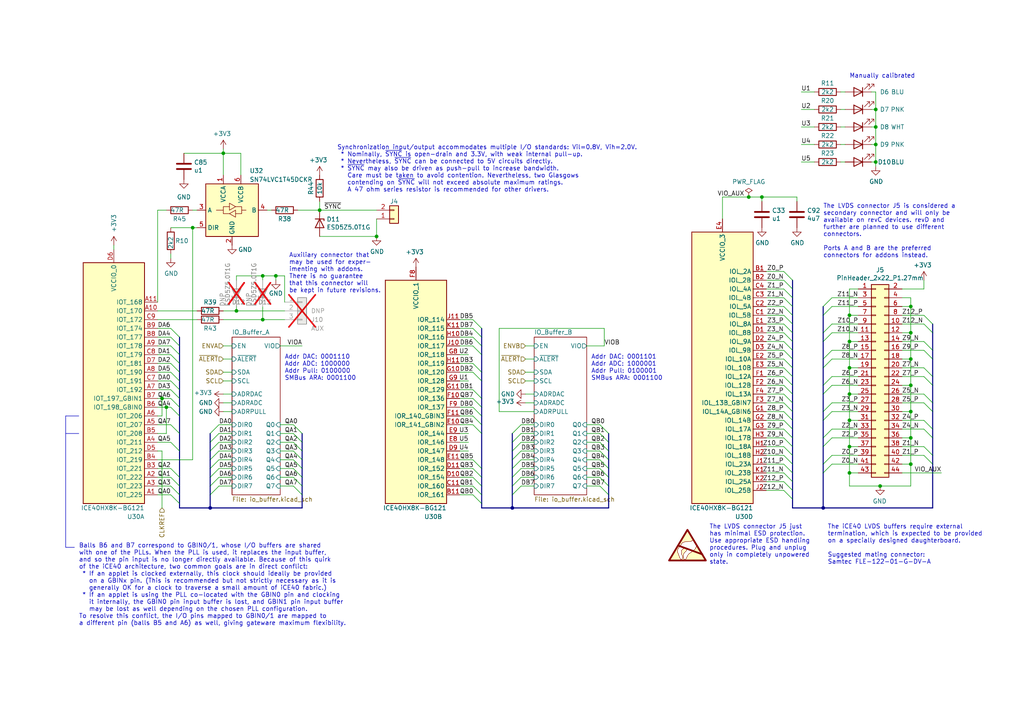
<source format=kicad_sch>
(kicad_sch (version 20231120) (generator "eeschema") (generator_version "8.0")
  (paper "A4")
  (title_block (title "I/O Banks") (rev "C2") (company "whitequark research") (comment 1 "Glasgow debug tool"))
  (junction (at 46.99 115.57))
  (junction (at 264.16 111.76))
  (junction (at 264.16 104.14))
  (junction (at 246.38 106.68))
  (junction (at 246.38 129.54))
  (junction (at 264.16 134.62))
  (junction (at 246.38 91.44))
  (junction (at 148.59 147.32))
  (junction (at 60.96 147.32))
  (junction (at 217.17 57.15))
  (junction (at 55.88 66.04))
  (junction (at 80.01 80.01))
  (junction (at 264.16 96.52))
  (junction (at 48.26 118.11))
  (junction (at 264.16 88.9))
  (junction (at 68.58 90.17))
  (junction (at 238.76 147.32))
  (junction (at 254 31.75))
  (junction (at 254 46.99))
  (junction (at 64.77 44.45))
  (junction (at 255.27 140.97))
  (junction (at 246.38 114.3))
  (junction (at 264.16 127))
  (junction (at 109.22 68.58))
  (junction (at 246.38 121.92))
  (junction (at 254 41.91))
  (junction (at 264.16 119.38))
  (junction (at 76.2 80.01))
  (junction (at 254 36.83))
  (junction (at 246.38 99.06))
  (junction (at 76.2 92.71))
  (junction (at 220.98 57.15))
  (junction (at 246.38 137.16))
  (junction (at 92.71 60.96))
  (bus_entry (at 63.5 128.27) (size -2.54 2.54))
  (bus_entry (at 227.33 96.52) (size 2.54 2.54))
  (bus_entry (at 227.33 106.68) (size 2.54 2.54))
  (bus_entry (at 85.09 128.27) (size 2.54 2.54))
  (bus_entry (at 49.53 105.41) (size 2.54 2.54))
  (bus_entry (at 85.09 133.35) (size 2.54 2.54))
  (bus_entry (at 227.33 142.24) (size 2.54 2.54))
  (bus_entry (at 227.33 134.62) (size 2.54 2.54))
  (bus_entry (at 267.97 129.54) (size 2.54 2.54))
  (bus_entry (at 267.97 106.68) (size 2.54 2.54))
  (bus_entry (at 49.53 143.51) (size 2.54 2.54))
  (bus_entry (at 63.5 123.19) (size -2.54 2.54))
  (bus_entry (at 227.33 137.16) (size 2.54 2.54))
  (bus_entry (at 137.16 120.65) (size 2.54 2.54))
  (bus_entry (at 137.16 107.95) (size 2.54 2.54))
  (bus_entry (at 227.33 116.84) (size 2.54 2.54))
  (bus_entry (at 137.16 97.79) (size 2.54 2.54))
  (bus_entry (at 173.99 140.97) (size 2.54 2.54))
  (bus_entry (at 49.53 123.19) (size 2.54 2.54))
  (bus_entry (at 85.09 123.19) (size 2.54 2.54))
  (bus_entry (at 151.13 130.81) (size -2.54 2.54))
  (bus_entry (at 137.16 95.25) (size 2.54 2.54))
  (bus_entry (at 241.3 86.36) (size -2.54 2.54))
  (bus_entry (at 63.5 135.89) (size -2.54 2.54))
  (bus_entry (at 227.33 88.9) (size 2.54 2.54))
  (bus_entry (at 227.33 124.46) (size 2.54 2.54))
  (bus_entry (at 49.53 140.97) (size 2.54 2.54))
  (bus_entry (at 241.3 124.46) (size -2.54 2.54))
  (bus_entry (at 227.33 91.44) (size 2.54 2.54))
  (bus_entry (at 227.33 114.3) (size 2.54 2.54))
  (bus_entry (at 227.33 111.76) (size 2.54 2.54))
  (bus_entry (at 85.09 125.73) (size 2.54 2.54))
  (bus_entry (at 227.33 109.22) (size 2.54 2.54))
  (bus_entry (at 227.33 101.6) (size 2.54 2.54))
  (bus_entry (at 49.53 113.03) (size 2.54 2.54))
  (bus_entry (at 49.53 95.25) (size 2.54 2.54))
  (bus_entry (at 227.33 83.82) (size 2.54 2.54))
  (bus_entry (at 49.53 100.33) (size 2.54 2.54))
  (bus_entry (at 85.09 135.89) (size 2.54 2.54))
  (bus_entry (at 137.16 118.11) (size 2.54 2.54))
  (bus_entry (at 241.3 104.14) (size -2.54 2.54))
  (bus_entry (at 227.33 121.92) (size 2.54 2.54))
  (bus_entry (at 173.99 130.81) (size 2.54 2.54))
  (bus_entry (at 151.13 135.89) (size -2.54 2.54))
  (bus_entry (at 63.5 125.73) (size -2.54 2.54))
  (bus_entry (at 63.5 140.97) (size -2.54 2.54))
  (bus_entry (at 267.97 132.08) (size 2.54 2.54))
  (bus_entry (at 49.53 135.89) (size 2.54 2.54))
  (bus_entry (at 63.5 133.35) (size -2.54 2.54))
  (bus_entry (at 267.97 121.92) (size 2.54 2.54))
  (bus_entry (at 241.3 111.76) (size -2.54 2.54))
  (bus_entry (at 85.09 138.43) (size 2.54 2.54))
  (bus_entry (at 137.16 115.57) (size 2.54 2.54))
  (bus_entry (at 267.97 91.44) (size 2.54 2.54))
  (bus_entry (at 49.53 128.27) (size 2.54 2.54))
  (bus_entry (at 173.99 128.27) (size 2.54 2.54))
  (bus_entry (at 49.53 110.49) (size 2.54 2.54))
  (bus_entry (at 227.33 104.14) (size 2.54 2.54))
  (bus_entry (at 137.16 135.89) (size 2.54 2.54))
  (bus_entry (at 137.16 123.19) (size 2.54 2.54))
  (bus_entry (at 267.97 109.22) (size 2.54 2.54))
  (bus_entry (at 267.97 101.6) (size 2.54 2.54))
  (bus_entry (at 173.99 135.89) (size 2.54 2.54))
  (bus_entry (at 49.53 118.11) (size 2.54 2.54))
  (bus_entry (at 173.99 125.73) (size 2.54 2.54))
  (bus_entry (at 267.97 116.84) (size 2.54 2.54))
  (bus_entry (at 151.13 123.19) (size -2.54 2.54))
  (bus_entry (at 173.99 123.19) (size 2.54 2.54))
  (bus_entry (at 267.97 124.46) (size 2.54 2.54))
  (bus_entry (at 63.5 130.81) (size -2.54 2.54))
  (bus_entry (at 241.3 93.98) (size -2.54 2.54))
  (bus_entry (at 137.16 140.97) (size 2.54 2.54))
  (bus_entry (at 49.53 115.57) (size 2.54 2.54))
  (bus_entry (at 151.13 133.35) (size -2.54 2.54))
  (bus_entry (at 227.33 78.74) (size 2.54 2.54))
  (bus_entry (at 241.3 109.22) (size -2.54 2.54))
  (bus_entry (at 85.09 130.81) (size 2.54 2.54))
  (bus_entry (at 241.3 101.6) (size -2.54 2.54))
  (bus_entry (at 267.97 114.3) (size 2.54 2.54))
  (bus_entry (at 227.33 139.7) (size 2.54 2.54))
  (bus_entry (at 241.3 88.9) (size -2.54 2.54))
  (bus_entry (at 173.99 133.35) (size 2.54 2.54))
  (bus_entry (at 137.16 92.71) (size 2.54 2.54))
  (bus_entry (at 241.3 127) (size -2.54 2.54))
  (bus_entry (at 227.33 119.38) (size 2.54 2.54))
  (bus_entry (at 267.97 93.98) (size 2.54 2.54))
  (bus_entry (at 137.16 113.03) (size 2.54 2.54))
  (bus_entry (at 227.33 93.98) (size 2.54 2.54))
  (bus_entry (at 227.33 99.06) (size 2.54 2.54))
  (bus_entry (at 137.16 143.51) (size 2.54 2.54))
  (bus_entry (at 137.16 133.35) (size 2.54 2.54))
  (bus_entry (at 241.3 96.52) (size -2.54 2.54))
  (bus_entry (at 151.13 125.73) (size -2.54 2.54))
  (bus_entry (at 241.3 116.84) (size -2.54 2.54))
  (bus_entry (at 227.33 132.08) (size 2.54 2.54))
  (bus_entry (at 49.53 102.87) (size 2.54 2.54))
  (bus_entry (at 151.13 140.97) (size -2.54 2.54))
  (bus_entry (at 49.53 97.79) (size 2.54 2.54))
  (bus_entry (at 85.09 140.97) (size 2.54 2.54))
  (bus_entry (at 241.3 134.62) (size -2.54 2.54))
  (bus_entry (at 227.33 81.28) (size 2.54 2.54))
  (bus_entry (at 137.16 105.41) (size 2.54 2.54))
  (bus_entry (at 151.13 138.43) (size -2.54 2.54))
  (bus_entry (at 241.3 132.08) (size -2.54 2.54))
  (bus_entry (at 241.3 119.38) (size -2.54 2.54))
  (bus_entry (at 49.53 138.43) (size 2.54 2.54))
  (bus_entry (at 227.33 127) (size 2.54 2.54))
  (bus_entry (at 63.5 138.43) (size -2.54 2.54))
  (bus_entry (at 227.33 86.36) (size 2.54 2.54))
  (bus_entry (at 137.16 138.43) (size 2.54 2.54))
  (bus_entry (at 49.53 107.95) (size 2.54 2.54))
  (bus_entry (at 151.13 128.27) (size -2.54 2.54))
  (bus_entry (at 173.99 138.43) (size 2.54 2.54))
  (bus_entry (at 137.16 100.33) (size 2.54 2.54))
  (bus_entry (at 227.33 129.54) (size 2.54 2.54))
  (bus_entry (at 267.97 99.06) (size 2.54 2.54))
  (bus (pts (xy 52.07 147.32) (xy 60.96 147.32)))
  (wire (pts (xy 245.11 46.99) (xy 243.84 46.99)))
  (bus (pts (xy 229.87 127) (xy 229.87 129.54)))
  (wire (pts (xy 133.35 110.49) (xy 135.89 110.49)))
  (bus (pts (xy 60.96 133.35) (xy 60.96 135.89)))
  (wire (pts (xy 33.02 72.39) (xy 33.02 71.12)))
  (bus (pts (xy 238.76 127) (xy 238.76 129.54)))
  (bus (pts (xy 229.87 86.36) (xy 229.87 88.9)))
  (bus (pts (xy 139.7 135.89) (xy 139.7 138.43)))
  (wire (pts (xy 252.73 46.99) (xy 254 46.99)))
  (bus (pts (xy 60.96 143.51) (xy 60.96 147.32)))
  (wire (pts (xy 261.62 121.92) (xy 267.97 121.92)))
  (wire (pts (xy 76.2 88.9) (xy 76.2 92.71)))
  (wire (pts (xy 144.78 119.38) (xy 154.94 119.38)))
  (bus (pts (xy 87.63 128.27) (xy 87.63 130.81)))
  (wire (pts (xy 133.35 125.73) (xy 135.89 125.73)))
  (bus (pts (xy 176.53 140.97) (xy 176.53 143.51)))
  (wire (pts (xy 64.77 92.71) (xy 76.2 92.71)))
  (wire (pts (xy 55.88 60.96) (xy 57.15 60.96)))
  (wire (pts (xy 109.22 63.5) (xy 109.22 68.58)))
  (wire (pts (xy 248.92 121.92) (xy 246.38 121.92)))
  (bus (pts (xy 270.51 124.46) (xy 270.51 127)))
  (wire (pts (xy 137.16 115.57) (xy 133.35 115.57)))
  (wire (pts (xy 49.53 105.41) (xy 45.72 105.41)))
  (wire (pts (xy 49.53 73.66) (xy 49.53 74.93)))
  (bus (pts (xy 238.76 88.9) (xy 238.76 91.44)))
  (bus (pts (xy 139.7 123.19) (xy 139.7 125.73)))
  (wire (pts (xy 67.31 125.73) (xy 63.5 125.73)))
  (bus (pts (xy 229.87 101.6) (xy 229.87 104.14)))
  (bus (pts (xy 238.76 119.38) (xy 238.76 121.92)))
  (wire (pts (xy 45.72 60.96) (xy 48.26 60.96)))
  (bus (pts (xy 52.07 140.97) (xy 52.07 143.51)))
  (bus (pts (xy 60.96 138.43) (xy 60.96 140.97)))
  (bus (pts (xy 238.76 114.3) (xy 238.76 119.38)))
  (bus (pts (xy 139.7 110.49) (xy 139.7 115.57)))
  (bus (pts (xy 52.07 146.05) (xy 52.07 147.32)))
  (wire (pts (xy 45.72 90.17) (xy 57.15 90.17)))
  (wire (pts (xy 45.72 128.27) (xy 49.53 128.27)))
  (wire (pts (xy 68.58 90.17) (xy 82.55 90.17)))
  (wire (pts (xy 63.5 123.19) (xy 67.31 123.19)))
  (bus (pts (xy 238.76 104.14) (xy 238.76 106.68)))
  (wire (pts (xy 45.72 125.73) (xy 48.26 125.73)))
  (bus (pts (xy 52.07 113.03) (xy 52.07 115.57)))
  (wire (pts (xy 245.11 31.75) (xy 243.84 31.75)))
  (wire (pts (xy 264.16 119.38) (xy 261.62 119.38)))
  (wire (pts (xy 137.16 95.25) (xy 133.35 95.25)))
  (wire (pts (xy 222.25 134.62) (xy 227.33 134.62)))
  (bus (pts (xy 52.07 102.87) (xy 52.07 105.41)))
  (wire (pts (xy 133.35 113.03) (xy 137.16 113.03)))
  (wire (pts (xy 92.71 58.42) (xy 92.71 60.96)))
  (bus (pts (xy 229.87 132.08) (xy 229.87 134.62)))
  (wire (pts (xy 261.62 88.9) (xy 264.16 88.9)))
  (wire (pts (xy 69.85 44.45) (xy 69.85 50.8)))
  (wire (pts (xy 67.31 107.95) (xy 64.77 107.95)))
  (wire (pts (xy 45.72 92.71) (xy 57.15 92.71)))
  (wire (pts (xy 261.62 127) (xy 264.16 127)))
  (wire (pts (xy 222.25 101.6) (xy 227.33 101.6)))
  (bus (pts (xy 229.87 106.68) (xy 229.87 109.22)))
  (bus (pts (xy 176.53 135.89) (xy 176.53 138.43)))
  (bus (pts (xy 229.87 144.78) (xy 229.87 147.32)))
  (bus (pts (xy 270.51 116.84) (xy 270.51 119.38)))
  (wire (pts (xy 64.77 110.49) (xy 67.31 110.49)))
  (wire (pts (xy 137.16 133.35) (xy 133.35 133.35)))
  (wire (pts (xy 246.38 106.68) (xy 246.38 114.3)))
  (bus (pts (xy 229.87 99.06) (xy 229.87 101.6)))
  (bus (pts (xy 176.53 125.73) (xy 176.53 128.27)))
  (wire (pts (xy 64.77 90.17) (xy 68.58 90.17)))
  (wire (pts (xy 77.47 60.96) (xy 78.74 60.96)))
  (bus (pts (xy 148.59 128.27) (xy 148.59 130.81)))
  (bus (pts (xy 270.51 96.52) (xy 270.51 101.6)))
  (wire (pts (xy 222.25 124.46) (xy 227.33 124.46)))
  (wire (pts (xy 67.31 116.84) (xy 64.77 116.84)))
  (wire (pts (xy 133.35 123.19) (xy 137.16 123.19)))
  (wire (pts (xy 261.62 86.36) (xy 264.16 86.36)))
  (bus (pts (xy 87.63 130.81) (xy 87.63 133.35)))
  (wire (pts (xy 246.38 99.06) (xy 246.38 106.68)))
  (wire (pts (xy 173.99 135.89) (xy 170.18 135.89)))
  (wire (pts (xy 246.38 137.16) (xy 246.38 140.97)))
  (wire (pts (xy 264.16 134.62) (xy 261.62 134.62)))
  (wire (pts (xy 137.16 100.33) (xy 133.35 100.33)))
  (wire (pts (xy 67.31 135.89) (xy 63.5 135.89)))
  (wire (pts (xy 45.72 60.96) (xy 45.72 87.63)))
  (bus (pts (xy 60.96 135.89) (xy 60.96 138.43)))
  (bus (pts (xy 148.59 125.73) (xy 148.59 128.27)))
  (bus (pts (xy 229.87 83.82) (xy 229.87 86.36)))
  (wire (pts (xy 261.62 114.3) (xy 267.97 114.3)))
  (wire (pts (xy 81.28 123.19) (xy 85.09 123.19)))
  (bus (pts (xy 229.87 93.98) (xy 229.87 96.52)))
  (bus (pts (xy 176.53 143.51) (xy 176.53 147.32)))
  (bus (pts (xy 60.96 140.97) (xy 60.96 143.51)))
  (bus (pts (xy 229.87 142.24) (xy 229.87 144.78)))
  (wire (pts (xy 232.41 46.99) (xy 236.22 46.99)))
  (bus (pts (xy 229.87 119.38) (xy 229.87 121.92)))
  (bus (pts (xy 52.07 125.73) (xy 52.07 130.81)))
  (wire (pts (xy 222.25 106.68) (xy 227.33 106.68)))
  (wire (pts (xy 152.4 116.84) (xy 154.94 116.84)))
  (bus (pts (xy 139.7 146.05) (xy 139.7 147.32)))
  (wire (pts (xy 154.94 135.89) (xy 151.13 135.89)))
  (wire (pts (xy 264.16 127) (xy 264.16 134.62)))
  (bus (pts (xy 60.96 128.27) (xy 60.96 130.81)))
  (bus (pts (xy 52.07 115.57) (xy 52.07 118.11)))
  (bus (pts (xy 238.76 129.54) (xy 238.76 134.62)))
  (wire (pts (xy 133.35 118.11) (xy 137.16 118.11)))
  (wire (pts (xy 81.28 138.43) (xy 85.09 138.43)))
  (wire (pts (xy 170.18 128.27) (xy 173.99 128.27)))
  (wire (pts (xy 261.62 99.06) (xy 267.97 99.06)))
  (bus (pts (xy 148.59 135.89) (xy 148.59 138.43)))
  (wire (pts (xy 133.35 128.27) (xy 135.89 128.27)))
  (bus (pts (xy 139.7 97.79) (xy 139.7 100.33)))
  (wire (pts (xy 67.31 130.81) (xy 63.5 130.81)))
  (wire (pts (xy 137.16 138.43) (xy 133.35 138.43)))
  (wire (pts (xy 217.17 57.15) (xy 220.98 57.15)))
  (wire (pts (xy 46.99 120.65) (xy 46.99 115.57)))
  (wire (pts (xy 49.53 110.49) (xy 45.72 110.49)))
  (wire (pts (xy 209.55 57.15) (xy 217.17 57.15)))
  (wire (pts (xy 264.16 104.14) (xy 264.16 111.76)))
  (wire (pts (xy 45.72 107.95) (xy 49.53 107.95)))
  (wire (pts (xy 261.62 111.76) (xy 264.16 111.76)))
  (wire (pts (xy 133.35 102.87) (xy 135.89 102.87)))
  (wire (pts (xy 254 26.67) (xy 252.73 26.67)))
  (wire (pts (xy 264.16 140.97) (xy 255.27 140.97)))
  (wire (pts (xy 264.16 111.76) (xy 264.16 119.38)))
  (bus (pts (xy 148.59 140.97) (xy 148.59 143.51)))
  (wire (pts (xy 241.3 101.6) (xy 248.92 101.6)))
  (wire (pts (xy 152.4 100.33) (xy 154.94 100.33)))
  (wire (pts (xy 154.94 130.81) (xy 151.13 130.81)))
  (wire (pts (xy 264.16 96.52) (xy 264.16 104.14)))
  (wire (pts (xy 248.92 134.62) (xy 241.3 134.62)))
  (wire (pts (xy 241.3 109.22) (xy 248.92 109.22)))
  (bus (pts (xy 87.63 135.89) (xy 87.63 138.43)))
  (wire (pts (xy 254 46.99) (xy 254 48.26)))
  (wire (pts (xy 248.92 106.68) (xy 246.38 106.68)))
  (wire (pts (xy 45.72 120.65) (xy 46.99 120.65)))
  (wire (pts (xy 264.16 104.14) (xy 261.62 104.14)))
  (bus (pts (xy 229.87 134.62) (xy 229.87 137.16)))
  (wire (pts (xy 81.28 140.97) (xy 85.09 140.97)))
  (wire (pts (xy 175.26 95.25) (xy 144.78 95.25)))
  (wire (pts (xy 49.53 95.25) (xy 45.72 95.25)))
  (wire (pts (xy 53.34 44.45) (xy 64.77 44.45)))
  (bus (pts (xy 60.96 125.73) (xy 60.96 128.27)))
  (wire (pts (xy 154.94 125.73) (xy 151.13 125.73)))
  (wire (pts (xy 248.92 114.3) (xy 246.38 114.3)))
  (wire (pts (xy 264.16 134.62) (xy 264.16 140.97)))
  (bus (pts (xy 229.87 88.9) (xy 229.87 91.44)))
  (bus (pts (xy 270.51 104.14) (xy 270.51 109.22)))
  (bus (pts (xy 229.87 121.92) (xy 229.87 124.46)))
  (wire (pts (xy 45.72 133.35) (xy 55.88 133.35)))
  (wire (pts (xy 133.35 105.41) (xy 137.16 105.41)))
  (bus (pts (xy 229.87 109.22) (xy 229.87 111.76)))
  (bus (pts (xy 229.87 139.7) (xy 229.87 142.24)))
  (wire (pts (xy 261.62 91.44) (xy 267.97 91.44)))
  (wire (pts (xy 232.41 26.67) (xy 236.22 26.67)))
  (wire (pts (xy 68.58 88.9) (xy 68.58 90.17)))
  (wire (pts (xy 264.16 119.38) (xy 264.16 127)))
  (wire (pts (xy 133.35 97.79) (xy 137.16 97.79)))
  (bus (pts (xy 52.07 130.81) (xy 52.07 138.43)))
  (bus (pts (xy 229.87 137.16) (xy 229.87 139.7)))
  (wire (pts (xy 151.13 128.27) (xy 154.94 128.27)))
  (bus (pts (xy 60.96 147.32) (xy 87.63 147.32)))
  (wire (pts (xy 241.3 132.08) (xy 248.92 132.08)))
  (bus (pts (xy 52.07 105.41) (xy 52.07 107.95)))
  (wire (pts (xy 152.4 107.95) (xy 154.94 107.95)))
  (bus (pts (xy 87.63 133.35) (xy 87.63 135.89)))
  (wire (pts (xy 232.41 31.75) (xy 236.22 31.75)))
  (bus (pts (xy 229.87 124.46) (xy 229.87 127)))
  (wire (pts (xy 49.53 115.57) (xy 46.99 115.57)))
  (wire (pts (xy 248.92 111.76) (xy 241.3 111.76)))
  (wire (pts (xy 243.84 26.67) (xy 245.11 26.67)))
  (wire (pts (xy 222.25 127) (xy 227.33 127)))
  (bus (pts (xy 270.51 147.32) (xy 238.76 147.32)))
  (bus (pts (xy 270.51 111.76) (xy 270.51 116.84)))
  (wire (pts (xy 46.99 130.81) (xy 46.99 147.32)))
  (wire (pts (xy 81.28 135.89) (xy 85.09 135.89)))
  (wire (pts (xy 222.25 86.36) (xy 227.33 86.36)))
  (wire (pts (xy 57.15 66.04) (xy 55.88 66.04)))
  (bus (pts (xy 52.07 100.33) (xy 52.07 102.87)))
  (bus (pts (xy 148.59 147.32) (xy 176.53 147.32)))
  (wire (pts (xy 222.25 99.06) (xy 227.33 99.06)))
  (wire (pts (xy 248.92 104.14) (xy 241.3 104.14)))
  (polyline (pts (xy 19.05 158.75) (xy 21.59 158.75)))
  (bus (pts (xy 52.07 110.49) (xy 52.07 113.03)))
  (wire (pts (xy 137.16 120.65) (xy 133.35 120.65)))
  (wire (pts (xy 64.77 44.45) (xy 69.85 44.45)))
  (wire (pts (xy 245.11 36.83) (xy 243.84 36.83)))
  (bus (pts (xy 87.63 140.97) (xy 87.63 143.51)))
  (wire (pts (xy 55.88 66.04) (xy 55.88 133.35)))
  (wire (pts (xy 151.13 123.19) (xy 154.94 123.19)))
  (bus (pts (xy 139.7 100.33) (xy 139.7 102.87)))
  (bus (pts (xy 139.7 143.51) (xy 139.7 146.05)))
  (wire (pts (xy 248.92 119.38) (xy 241.3 119.38)))
  (wire (pts (xy 267.97 101.6) (xy 261.62 101.6)))
  (wire (pts (xy 133.35 140.97) (xy 137.16 140.97)))
  (bus (pts (xy 148.59 143.51) (xy 148.59 147.32)))
  (wire (pts (xy 137.16 143.51) (xy 133.35 143.51)))
  (wire (pts (xy 48.26 118.11) (xy 49.53 118.11)))
  (bus (pts (xy 238.76 111.76) (xy 238.76 114.3)))
  (wire (pts (xy 222.25 88.9) (xy 227.33 88.9)))
  (wire (pts (xy 267.97 83.82) (xy 261.62 83.82)))
  (wire (pts (xy 222.25 93.98) (xy 227.33 93.98)))
  (bus (pts (xy 229.87 104.14) (xy 229.87 106.68)))
  (wire (pts (xy 222.25 121.92) (xy 227.33 121.92)))
  (wire (pts (xy 144.78 95.25) (xy 144.78 119.38)))
  (wire (pts (xy 222.25 114.3) (xy 227.33 114.3)))
  (bus (pts (xy 176.53 130.81) (xy 176.53 133.35)))
  (wire (pts (xy 175.26 100.33) (xy 175.26 95.25)))
  (wire (pts (xy 64.77 44.45) (xy 64.77 50.8)))
  (wire (pts (xy 48.26 125.73) (xy 48.26 118.11)))
  (wire (pts (xy 222.25 109.22) (xy 227.33 109.22)))
  (wire (pts (xy 64.77 100.33) (xy 67.31 100.33)))
  (wire (pts (xy 76.2 80.01) (xy 76.2 81.28)))
  (wire (pts (xy 133.35 135.89) (xy 137.16 135.89)))
  (wire (pts (xy 246.38 114.3) (xy 246.38 121.92)))
  (bus (pts (xy 238.76 137.16) (xy 238.76 147.32)))
  (wire (pts (xy 241.3 116.84) (xy 248.92 116.84)))
  (wire (pts (xy 154.94 140.97) (xy 151.13 140.97)))
  (bus (pts (xy 270.51 119.38) (xy 270.51 124.46)))
  (wire (pts (xy 49.53 138.43) (xy 45.72 138.43)))
  (wire (pts (xy 46.99 115.57) (xy 45.72 115.57)))
  (bus (pts (xy 139.7 95.25) (xy 139.7 97.79)))
  (wire (pts (xy 267.97 116.84) (xy 261.62 116.84)))
  (bus (pts (xy 270.51 101.6) (xy 270.51 104.14)))
  (wire (pts (xy 45.72 123.19) (xy 49.53 123.19)))
  (wire (pts (xy 64.77 104.14) (xy 67.31 104.14)))
  (bus (pts (xy 139.7 107.95) (xy 139.7 110.49)))
  (wire (pts (xy 264.16 88.9) (xy 264.16 96.52)))
  (wire (pts (xy 220.98 57.15) (xy 231.14 57.15)))
  (wire (pts (xy 45.72 140.97) (xy 49.53 140.97)))
  (wire (pts (xy 246.38 129.54) (xy 246.38 137.16)))
  (wire (pts (xy 170.18 123.19) (xy 173.99 123.19)))
  (wire (pts (xy 220.98 58.42) (xy 220.98 57.15)))
  (wire (pts (xy 222.25 132.08) (xy 227.33 132.08)))
  (wire (pts (xy 45.72 97.79) (xy 49.53 97.79)))
  (wire (pts (xy 254 41.91) (xy 254 46.99)))
  (bus (pts (xy 238.76 106.68) (xy 238.76 111.76)))
  (bus (pts (xy 176.53 138.43) (xy 176.53 140.97)))
  (wire (pts (xy 222.25 83.82) (xy 227.33 83.82)))
  (wire (pts (xy 222.25 96.52) (xy 227.33 96.52)))
  (bus (pts (xy 229.87 91.44) (xy 229.87 93.98)))
  (wire (pts (xy 241.3 124.46) (xy 248.92 124.46)))
  (polyline (pts (xy 22.86 120.65) (xy 19.05 120.65)))
  (wire (pts (xy 248.92 129.54) (xy 246.38 129.54)))
  (wire (pts (xy 170.18 100.33) (xy 175.26 100.33)))
  (wire (pts (xy 82.55 80.01) (xy 82.55 87.63)))
  (wire (pts (xy 92.71 68.58) (xy 109.22 68.58)))
  (wire (pts (xy 232.41 36.83) (xy 236.22 36.83)))
  (bus (pts (xy 229.87 114.3) (xy 229.87 116.84)))
  (bus (pts (xy 148.59 133.35) (xy 148.59 135.89)))
  (wire (pts (xy 222.25 119.38) (xy 227.33 119.38)))
  (wire (pts (xy 248.92 137.16) (xy 246.38 137.16)))
  (bus (pts (xy 176.53 128.27) (xy 176.53 130.81)))
  (wire (pts (xy 173.99 125.73) (xy 170.18 125.73)))
  (bus (pts (xy 52.07 138.43) (xy 52.07 140.97)))
  (bus (pts (xy 139.7 147.32) (xy 148.59 147.32)))
  (wire (pts (xy 80.01 80.01) (xy 76.2 80.01)))
  (wire (pts (xy 246.38 121.92) (xy 246.38 129.54)))
  (bus (pts (xy 229.87 81.28) (xy 229.87 83.82)))
  (bus (pts (xy 229.87 111.76) (xy 229.87 114.3)))
  (wire (pts (xy 267.97 81.28) (xy 267.97 83.82)))
  (wire (pts (xy 222.25 104.14) (xy 227.33 104.14)))
  (wire (pts (xy 222.25 139.7) (xy 227.33 139.7)))
  (bus (pts (xy 238.76 91.44) (xy 238.76 96.52)))
  (polyline (pts (xy 19.05 125.73) (xy 22.86 125.73)))
  (wire (pts (xy 49.53 66.04) (xy 55.88 66.04)))
  (wire (pts (xy 241.3 93.98) (xy 248.92 93.98)))
  (wire (pts (xy 248.92 88.9) (xy 241.3 88.9)))
  (bus (pts (xy 52.07 120.65) (xy 52.07 125.73)))
  (wire (pts (xy 45.72 118.11) (xy 48.26 118.11)))
  (wire (pts (xy 81.28 133.35) (xy 85.09 133.35)))
  (bus (pts (xy 229.87 116.84) (xy 229.87 119.38)))
  (bus (pts (xy 270.51 127) (xy 270.51 132.08)))
  (bus (pts (xy 139.7 102.87) (xy 139.7 107.95)))
  (bus (pts (xy 229.87 96.52) (xy 229.87 99.06)))
  (wire (pts (xy 248.92 127) (xy 241.3 127)))
  (wire (pts (xy 67.31 140.97) (xy 63.5 140.97)))
  (bus (pts (xy 238.76 99.06) (xy 238.76 104.14)))
  (wire (pts (xy 45.72 102.87) (xy 49.53 102.87)))
  (bus (pts (xy 52.07 143.51) (xy 52.07 146.05)))
  (bus (pts (xy 148.59 138.43) (xy 148.59 140.97)))
  (bus (pts (xy 238.76 96.52) (xy 238.76 99.06)))
  (wire (pts (xy 49.53 135.89) (xy 45.72 135.89)))
  (wire (pts (xy 170.18 133.35) (xy 173.99 133.35)))
  (wire (pts (xy 248.92 99.06) (xy 246.38 99.06)))
  (wire (pts (xy 49.53 143.51) (xy 45.72 143.51)))
  (wire (pts (xy 45.72 113.03) (xy 49.53 113.03)))
  (bus (pts (xy 139.7 138.43) (xy 139.7 140.97)))
  (wire (pts (xy 245.11 41.91) (xy 243.84 41.91)))
  (wire (pts (xy 81.28 128.27) (xy 85.09 128.27)))
  (wire (pts (xy 261.62 129.54) (xy 267.97 129.54)))
  (bus (pts (xy 139.7 115.57) (xy 139.7 118.11)))
  (wire (pts (xy 246.38 83.82) (xy 246.38 91.44)))
  (wire (pts (xy 254 36.83) (xy 254 41.91)))
  (wire (pts (xy 64.77 119.38) (xy 67.31 119.38)))
  (bus (pts (xy 176.53 133.35) (xy 176.53 135.89)))
  (wire (pts (xy 222.25 91.44) (xy 227.33 91.44)))
  (wire (pts (xy 68.58 80.01) (xy 68.58 81.28)))
  (wire (pts (xy 261.62 137.16) (xy 273.05 137.16)))
  (wire (pts (xy 45.72 130.81) (xy 46.99 130.81)))
  (wire (pts (xy 81.28 130.81) (xy 85.09 130.81)))
  (bus (pts (xy 238.76 121.92) (xy 238.76 127)))
  (bus (pts (xy 52.07 118.11) (xy 52.07 120.65)))
  (wire (pts (xy 49.53 100.33) (xy 45.72 100.33)))
  (bus (pts (xy 139.7 125.73) (xy 139.7 135.89)))
  (bus (pts (xy 87.63 143.51) (xy 87.63 147.32)))
  (wire (pts (xy 80.01 80.01) (xy 80.01 81.28)))
  (bus (pts (xy 238.76 147.32) (xy 229.87 147.32)))
  (wire (pts (xy 248.92 96.52) (xy 241.3 96.52)))
  (wire (pts (xy 222.25 142.24) (xy 227.33 142.24)))
  (wire (pts (xy 255.27 140.97) (xy 246.38 140.97)))
  (wire (pts (xy 76.2 80.01) (xy 68.58 80.01)))
  (wire (pts (xy 63.5 133.35) (xy 67.31 133.35)))
  (bus (pts (xy 87.63 138.43) (xy 87.63 140.97)))
  (bus (pts (xy 87.63 125.73) (xy 87.63 128.27)))
  (wire (pts (xy 154.94 110.49) (xy 152.4 110.49)))
  (wire (pts (xy 222.25 129.54) (xy 227.33 129.54)))
  (wire (pts (xy 252.73 31.75) (xy 254 31.75)))
  (wire (pts (xy 261.62 96.52) (xy 264.16 96.52)))
  (bus (pts (xy 270.51 132.08) (xy 270.51 134.62)))
  (wire (pts (xy 261.62 106.68) (xy 267.97 106.68)))
  (wire (pts (xy 209.55 57.15) (xy 209.55 63.5)))
  (wire (pts (xy 151.13 138.43) (xy 154.94 138.43)))
  (wire (pts (xy 222.25 137.16) (xy 227.33 137.16)))
  (wire (pts (xy 254 41.91) (xy 252.73 41.91)))
  (wire (pts (xy 267.97 124.46) (xy 261.62 124.46)))
  (bus (pts (xy 139.7 120.65) (xy 139.7 123.19)))
  (wire (pts (xy 231.14 57.15) (xy 231.14 58.42)))
  (wire (pts (xy 173.99 140.97) (xy 170.18 140.97)))
  (wire (pts (xy 86.36 60.96) (xy 92.71 60.96)))
  (wire (pts (xy 222.25 78.74) (xy 227.33 78.74)))
  (polyline (pts (xy 19.05 120.65) (xy 19.05 158.75)))
  (wire (pts (xy 152.4 104.14) (xy 154.94 104.14)))
  (wire (pts (xy 152.4 114.3) (xy 154.94 114.3)))
  (wire (pts (xy 64.77 44.45) (xy 64.77 43.18)))
  (wire (pts (xy 133.35 130.81) (xy 135.89 130.81)))
  (wire (pts (xy 81.28 125.73) (xy 85.09 125.73)))
  (wire (pts (xy 264.16 86.36) (xy 264.16 88.9)))
  (wire (pts (xy 222.25 116.84) (xy 227.33 116.84)))
  (bus (pts (xy 148.59 130.81) (xy 148.59 133.35)))
  (wire (pts (xy 222.25 81.28) (xy 227.33 81.28)))
  (wire (pts (xy 267.97 93.98) (xy 261.62 93.98)))
  (bus (pts (xy 139.7 118.11) (xy 139.7 120.65)))
  (wire (pts (xy 248.92 91.44) (xy 246.38 91.44)))
  (wire (pts (xy 232.41 41.91) (xy 236.22 41.91)))
  (bus (pts (xy 270.51 93.98) (xy 270.51 96.52)))
  (wire (pts (xy 76.2 92.71) (xy 82.55 92.71)))
  (bus (pts (xy 229.87 129.54) (xy 229.87 132.08)))
  (wire (pts (xy 92.71 60.96) (xy 109.22 60.96)))
  (wire (pts (xy 248.92 83.82) (xy 246.38 83.82)))
  (bus (pts (xy 60.96 130.81) (xy 60.96 133.35)))
  (bus (pts (xy 52.07 107.95) (xy 52.07 110.49)))
  (wire (pts (xy 137.16 107.95) (xy 133.35 107.95)))
  (wire (pts (xy 63.5 138.43) (xy 67.31 138.43)))
  (wire (pts (xy 267.97 132.08) (xy 261.62 132.08)))
  (wire (pts (xy 64.77 114.3) (xy 67.31 114.3)))
  (wire (pts (xy 170.18 138.43) (xy 173.99 138.43)))
  (wire (pts (xy 267.97 109.22) (xy 261.62 109.22)))
  (wire (pts (xy 246.38 91.44) (xy 246.38 99.06)))
  (wire (pts (xy 63.5 128.27) (xy 67.31 128.27)))
  (wire (pts (xy 133.35 92.71) (xy 137.16 92.71)))
  (bus (pts (xy 52.07 97.79) (xy 52.07 100.33)))
  (wire (pts (xy 254 26.67) (xy 254 31.75)))
  (bus (pts (xy 238.76 134.62) (xy 238.76 137.16)))
  (bus (pts (xy 139.7 140.97) (xy 139.7 143.51)))
  (wire (pts (xy 81.28 100.33) (xy 87.63 100.33)))
  (wire (pts (xy 241.3 86.36) (xy 248.92 86.36)))
  (wire (pts (xy 173.99 130.81) (xy 170.18 130.81)))
  (wire (pts (xy 252.73 36.83) (xy 254 36.83)))
  (bus (pts (xy 270.51 109.22) (xy 270.51 111.76)))
  (bus (pts (xy 270.51 134.62) (xy 270.51 147.32)))
  (wire (pts (xy 151.13 133.35) (xy 154.94 133.35)))
  (wire (pts (xy 82.55 80.01) (xy 80.01 80.01)))
  (wire (pts (xy 222.25 111.76) (xy 227.33 111.76)))
  (wire (pts (xy 254 31.75) (xy 254 36.83)))
  (text "The LVDS connector J5 is considered a \nsecondary connector and will only be \navailable on revC devices. revD and \nfurther are planned to use different \nconnectors.\n\nPorts A and B are the preferred \nconnectors for addons instead.\n" (at 238.76 74.93 0) (effects (font (size 1.27 1.27)) (justify left bottom)))
  (text "Addr DAC: 0001101\nAddr ADC: 1000001\nAddr Pull: 0100001\nSMBus ARA: 0001100" (at 171.45 110.49 0) (effects (font (size 1.27 1.27)) (justify left bottom)))
  (text "The iCE40 LVDS buffers require external\ntermination, which is expected to be provided\non a specially designed daughterboard.\n\nSuggested mating connector:\nSamtec FLE-122-01-G-DV-A" (at 240.03 163.83 0) (effects (font (size 1.27 1.27)) (justify left bottom)))
  (text "Auxiliary connector that \nmay be used for exper-\nimenting with addons. \nThere is no guarantee \nthat this connector will\nbe kept in future revisions." (at 83.82 85.09 0) (effects (font (size 1.27 1.27)) (justify left bottom)))
  (text "Manually calibrated" (at 246.38 22.86 0) (effects (font (size 1.27 1.27)) (justify left bottom)))
  (text "Addr DAC: 0001110\nAddr ADC: 1000000\nAddr Pull: 0100000\nSMBus ARA: 0001100\n" (at 82.55 110.49 0) (effects (font (size 1.27 1.27)) (justify left bottom)))
  (text "Balls B6 and B7 correspond to GBIN0/1, whose I/O buffers are shared\nwith one of the PLLs. When the PLL is used, it replaces the input buffer,\nand so the pin input is no longer directly available. Because of this quirk\nof the iCE40 architecture, two common goals are in direct conflict:\n * If an applet is clocked externally, this clock should ideally be provided\n   on a GBINx pin. (This is recommended but not strictly necessary as it is\n   generally OK for a clock to traverse a small amount of iCE40 fabric.)\n * If an applet is using the PLL co-located with the GBIN0 pin and clocking\n   it internally, the GBIN0 pin input buffer is lost, and GBIN1 pin input buffer\n   may be lost as well depending on the chosen PLL configuration.\nTo resolve this conflict, the I/O pins mapped to GBIN0/1 are mapped to\na different pin (balls B5 and A6) as well, giving gateware maximum flexibility." (at 22.86 181.61 0) (effects (font (size 1.27 1.27)) (justify left bottom)))
  (text "Synchronization input/output accommodates multiple I/O standards: Vil=0.8V, Vih=2.0V.\n * Nominally, ~{SYNC} is open-drain and 3.3V, with weak internal pull-up.\n * Nevertheless, ~{SYNC} can be connected to 5V circuits directly.\n * ~{SYNC} may also be driven as push-pull to increase bandwidth.\n   Care must be taken to avoid contention. Nevertheless, two Glasgows \n   contending on ~{SYNC} will not exceed absolute maximum ratings.\n   A 47 ohm series resistor is recommended for other drivers." (at 97.79 55.88 0) (effects (font (size 1.27 1.27)) (justify left bottom)))
  (text "The LVDS connector J5 just \nhas minimal ESD protection.\nUse appropriate ESD handling\nprocedures. Plug and unplug \nonly in completely unpowered \nstate.\n" (at 205.74 163.83 0) (effects (font (size 1.27 1.27)) (justify left bottom)))
  (label "DB3" (at 133.35 105.41 0))
  (label "Z10_N" (at 227.33 132.08 180))
  (label "QA5" (at 45.72 128.27 0))
  (label "QB5" (at 133.35 133.35 0))
  (label "DA0" (at 45.72 110.49 0))
  (label "QA1" (at 82.55 125.73 0))
  (label "Z7_N" (at 261.62 106.68 0))
  (label "DB1" (at 133.35 113.03 0))
  (label "Z4_P" (at 261.62 121.92 0))
  (label "QA7" (at 45.72 123.19 0))
  (label "VIO_AUX" (at 215.9 57.15 180))
  (label "Z0_P" (at 248.92 132.08 180))
  (label "U1" (at 232.41 26.67 0))
  (label "DB7" (at 133.35 95.25 0))
  (label "Z8_N" (at 248.92 104.14 180))
  (label "Z2_N" (at 227.33 91.44 180))
  (label "Z1_P" (at 227.33 83.82 180))
  (label "Z5_N" (at 261.62 114.3 0))
  (label "Z1_N" (at 261.62 129.54 0))
  (label "Z0_P" (at 227.33 78.74 180))
  (label "QA1" (at 45.72 138.43 0))
  (label "Z3_P" (at 248.92 116.84 180))
  (label "DB5" (at 133.35 92.71 0))
  (label "VIOB" (at 175.26 100.33 0))
  (label "Z7_P" (at 227.33 114.3 180))
  (label "Z5_P" (at 227.33 104.14 180))
  (label "QA6" (at 45.72 115.57 0))
  (label "DB0" (at 151.13 123.19 0))
  (label "DB2" (at 133.35 107.95 0))
  (label "Z7_N" (at 227.33 116.84 180))
  (label "Z4_N" (at 261.62 124.46 0))
  (label "DA6" (at 63.5 138.43 0))
  (label "Z2_P" (at 227.33 88.9 180))
  (label "QB7" (at 133.35 115.57 0))
  (label "DA5" (at 45.72 107.95 0))
  (label "Z5_N" (at 227.33 106.68 180))
  (label "Z2_N" (at 248.92 124.46 180))
  (label "QB0" (at 133.35 143.51 0))
  (label "DA3" (at 63.5 130.81 0))
  (label "DA2" (at 63.5 128.27 0))
  (label "QB2" (at 133.35 138.43 0))
  (label "Z12_P" (at 261.62 91.44 0))
  (label "QA3" (at 82.55 130.81 0))
  (label "Z6_N" (at 227.33 111.76 180))
  (label "DB4" (at 151.13 133.35 0))
  (label "QB6" (at 171.45 138.43 0))
  (label "U2" (at 232.41 31.75 0))
  (label "DB5" (at 151.13 135.89 0))
  (label "DA6" (at 45.72 95.25 0))
  (label "Z12_N" (at 261.62 93.98 0))
  (label "Z0_N" (at 227.33 81.28 180))
  (label "QB1" (at 133.35 140.97 0))
  (label "DA3" (at 45.72 113.03 0))
  (label "Z11_N" (at 227.33 137.16 180))
  (label "QA3" (at 45.72 140.97 0))
  (label "U1" (at 135.89 110.49 180))
  (label "Z10_P" (at 248.92 93.98 180))
  (label "DB6" (at 133.35 100.33 0))
  (label "Z9_P" (at 261.62 101.6 0))
  (label "DA2" (at 45.72 105.41 0))
  (label "U4" (at 135.89 130.81 180))
  (label "VIO_AUX" (at 273.05 137.16 180))
  (label "QA2" (at 82.55 128.27 0))
  (label "QB4" (at 133.35 123.19 0))
  (label "Z9_P" (at 227.33 124.46 180))
  (label "QA4" (at 45.72 118.11 0))
  (label "DB3" (at 151.13 130.81 0))
  (label "QA6" (at 82.55 138.43 0))
  (label "DA1" (at 63.5 125.73 0))
  (label "DA7" (at 63.5 140.97 0))
  (label "U5" (at 135.89 128.27 180))
  (label "U3" (at 135.89 125.73 180))
  (label "DA4" (at 63.5 133.35 0))
  (label "Z10_N" (at 248.92 96.52 180))
  (label "Z8_P" (at 248.92 101.6 180))
  (label "U2" (at 135.89 102.87 180))
  (label "DA5" (at 63.5 135.89 0))
  (label "Z9_N" (at 227.33 127 180))
  (label "Z6_N" (at 248.92 111.76 180))
  (label "QB5" (at 171.45 135.89 0))
  (label "Z3_P" (at 227.33 93.98 180))
  (label "Z3_N" (at 248.92 119.38 180))
  (label "Z4_N" (at 227.33 101.6 180))
  (label "Z9_N" (at 261.62 99.06 0))
  (label "Z0_N" (at 248.92 134.62 180))
  (label "QA0" (at 45.72 143.51 0))
  (label "DA7" (at 45.72 100.33 0))
  (label "Z2_P" (at 248.92 127 180))
  (label "Z1_N" (at 227.33 86.36 180))
  (label "Z11_N" (at 248.92 86.36 180))
  (label "Z6_P" (at 248.92 109.22 180))
  (label "Z5_P" (at 261.62 116.84 0))
  (label "QA0" (at 82.55 123.19 0))
  (label "~{SYNC}" (at 93.98 60.96 0))
  (label "Z12_N" (at 227.33 142.24 180))
  (label "Z10_P" (at 227.33 129.54 180))
  (label "Z6_P" (at 227.33 109.22 180))
  (label "Z12_P" (at 227.33 139.7 180))
  (label "Z4_P" (at 227.33 99.06 180))
  (label "QB3" (at 171.45 130.81 0))
  (label "Z11_P" (at 248.92 88.9 180))
  (label "DB6" (at 151.13 138.43 0))
  (label "DB7" (at 151.13 140.97 0))
  (label "DB1" (at 151.13 125.73 0))
  (label "QA2" (at 45.72 135.89 0))
  (label "QA5" (at 82.55 135.89 0))
  (label "Z8_N" (at 227.33 121.92 180))
  (label "Z3_N" (at 227.33 96.52 180))
  (label "QA4" (at 82.55 133.35 0))
  (label "QB2" (at 171.45 128.27 0))
  (label "Z7_P" (at 261.62 109.22 0))
  (label "QB6" (at 133.35 120.65 0))
  (label "DA1" (at 45.72 102.87 0))
  (label "QB1" (at 171.45 125.73 0))
  (label "DB2" (at 151.13 128.27 0))
  (label "DA4" (at 45.72 97.79 0))
  (label "DB4" (at 133.35 97.79 0))
  (label "QA7" (at 82.55 140.97 0))
  (label "Z1_P" (at 261.62 132.08 0))
  (label "U4" (at 232.41 41.91 0))
  (label "QB0" (at 171.45 123.19 0))
  (label "Z8_P" (at 227.33 119.38 180))
  (label "DA0" (at 63.5 123.19 0))
  (label "U5" (at 232.41 46.99 0))
  (label "QB7" (at 171.45 140.97 0))
  (label "Z11_P" (at 227.33 134.62 180))
  (label "VIOA" (at 87.63 100.33 180))
  (label "QB3" (at 133.35 135.89 0))
  (label "DB0" (at 133.35 118.11 0))
  (label "QB4" (at 171.45 133.35 0))
  (label "U3" (at 232.41 36.83 0))
  (hierarchical_label "~{ALERT}" (shape input) (at 64.77 104.14 180))
  (hierarchical_label "CLKREF" (shape input) (at 46.99 147.32 270))
  (hierarchical_label "SDA" (shape input) (at 64.77 107.95 180))
  (hierarchical_label "~{ALERT}" (shape input) (at 152.4 104.14 180))
  (hierarchical_label "ENVB" (shape input) (at 152.4 100.33 180))
  (hierarchical_label "ENVA" (shape input) (at 64.77 100.33 180))
  (hierarchical_label "SCL" (shape input) (at 152.4 110.49 180))
  (hierarchical_label "SCL" (shape input) (at 64.77 110.49 180))
  (hierarchical_label "SDA" (shape input) (at 152.4 107.95 180))
  (symbol (lib_id "Connector_Generic:Conn_01x03") (at 87.63 90.17 0) (unit 1) (in_bom no) (dnp yes)
    (property "Reference" "J10" (at 90.17 92.71 0) (effects (justify left)))
    (property "Value" "AUX" (at 90.17 95.25 0) (effects (justify left)))
    (property "Footprint" "Connector_PinHeader_2.54mm:PinHeader_1x03_P2.54mm_Vertical" (effects (hide yes)))
    (property "1b2-bom-key" "conn-th-01in-3-1-hdr" (effects (hide yes)))
    (property "DNP" "DNP" (at 90.17 90.17 0) (effects (justify left)))
  )
  (symbol (lib_name "GND_10") (lib_id "power:GND") (at 80.01 81.28 0) (unit 1)
    (property "Reference" "#PWR0117" (effects (hide yes)))
    (property "Value" "GND" (at 80.01 85.09 0))
  )
  (symbol (lib_id "Connector_Generic:Conn_01x02") (at 114.3 63.5 0) (mirror x) (unit 1)
    (property "Reference" "J4" (at 114.3 58.42 0))
    (property "Value" "Conn_01x02" (effects (hide yes)))
    (property "Footprint" "Glasgow:Molex_KK-254_1x02_P2.54mm_Horizontal" (effects (hide yes)))
    (property "Datasheet" "https://www.mouser.hk/datasheet/2/418/NG_CD_640455_Y3-1255934.pdf" (effects (hide yes)))
    (property "Mfg" "Molex" (effects (hide yes)))
    (property "MPN" "22-05-3021" (effects (hide yes)))
    (property "1b2-bom-key" "conn-th-01in-2-1-hdr-ra" (effects (hide yes)))
  )
  (symbol (lib_name "GND_11") (lib_id "power:GND") (at 109.22 68.58 0) (unit 1)
    (property "Reference" "#PWR042" (effects (hide yes)))
    (property "Value" "GND" (at 109.347 72.9742 0))
  )
  (symbol (lib_id "Device:R") (at 49.53 69.85 0) (mirror y) (unit 1)
    (property "Reference" "R10" (at 50.8 69.85 0) (effects (justify right)))
    (property "Value" "2k2" (at 49.53 68.58 90) (effects (justify right)))
    (property "Footprint" "Resistor_SMD:R_0402_1005Metric" (effects (hide yes)))
    (property "Datasheet" "https://www.mouser.com/datasheet/2/447/PYu-RC_Group_51_RoHS_L_10-1527934.pdf" (effects (hide yes)))
    (property "Mfg" "Yageo" (effects (hide yes)))
    (property "MPN" "RC0402FR-132K2L" (effects (hide yes)))
    (property "1b2-bom-key" "res-0402-2k2" (effects (hide yes)))
  )
  (symbol (lib_name "+3.3V_6") (lib_id "power:+3.3V") (at 33.02 71.12 0) (unit 1)
    (property "Reference" "#PWR0102" (effects (hide yes)))
    (property "Value" "+3V3" (at 33.02 64.77 90))
  )
  (symbol (lib_id "power:GND") (at 152.4 114.3 270) (unit 1)
    (property "Reference" "#PWR0103" (effects (hide yes)))
    (property "Value" "GND" (at 147.32 114.3 90))
  )
  (symbol (lib_id "FPGA_Lattice:ICE40HX8K-BG121") (at 33.02 107.95 0) (mirror y) (unit 1)
    (property "Reference" "U30" (at 41.91 149.86 0) (effects (justify left)))
    (property "Value" "ICE40HX8K-BG121" (at 41.91 147.32 0) (effects (justify left)))
    (property "Footprint" "Package_BGA:BGA-121_9.0x9.0mm_Layout11x11_P0.8mm_Ball0.4mm_Pad0.35mm_NSMD" (effects (hide yes)))
    (property "Datasheet" "http://www.latticesemi.com/Products/FPGAandCPLD/iCE40" (effects (hide yes)))
    (property "1b2-bom-key" "ic-ice40hx8k-bg121" (effects (hide yes)))
    (property "MPN" "ICE40HX8K-BG121" (effects (hide yes)))
    (property "Mfg" "Lattice Semiconductor Corporation" (effects (hide yes)))
  )
  (symbol (lib_id "FPGA_Lattice:ICE40HX8K-BG121") (at 120.65 113.03 0) (mirror y) (unit 2)
    (property "Reference" "U30" (at 128.27 149.86 0) (effects (justify left)))
    (property "Value" "ICE40HX8K-BG121" (at 129.54 147.32 0) (effects (justify left)))
    (property "Footprint" "Package_BGA:BGA-121_9.0x9.0mm_Layout11x11_P0.8mm_Ball0.4mm_Pad0.35mm_NSMD" (effects (hide yes)))
    (property "Datasheet" "http://www.latticesemi.com/Products/FPGAandCPLD/iCE40" (effects (hide yes)))
    (property "1b2-bom-key" "ic-ice40hx8k-bg121" (effects (hide yes)))
    (property "MPN" "ICE40HX8K-BG121" (effects (hide yes)))
    (property "Mfg" "Lattice Semiconductor Corporation" (effects (hide yes)))
  )
  (symbol (lib_id "FPGA_Lattice:ICE40HX8K-BG121") (at 209.55 106.68 0) (mirror y) (unit 4)
    (property "Reference" "U30" (at 218.44 149.86 0) (effects (justify left)))
    (property "Value" "ICE40HX8K-BG121" (at 218.44 147.32 0) (effects (justify left)))
    (property "Footprint" "Package_BGA:BGA-121_9.0x9.0mm_Layout11x11_P0.8mm_Ball0.4mm_Pad0.35mm_NSMD" (effects (hide yes)))
    (property "Datasheet" "http://www.latticesemi.com/Products/FPGAandCPLD/iCE40" (effects (hide yes)))
    (property "1b2-bom-key" "ic-ice40hx8k-bg121" (effects (hide yes)))
    (property "MPN" "ICE40HX8K-BG121" (effects (hide yes)))
    (property "Mfg" "Lattice Semiconductor Corporation" (effects (hide yes)))
  )
  (symbol (lib_id "power:+3.3V") (at 120.65 77.47 0) (mirror y) (unit 1)
    (property "Reference" "#PWR0107" (effects (hide yes)))
    (property "Value" "+3V3" (at 120.269 73.0758 0))
  )
  (symbol (lib_id "Connector_Generic:Conn_02x22_Odd_Even") (at 254 109.22 0) (unit 1)
    (property "Reference" "J5" (at 255.27 78.3082 0))
    (property "Value" "PinHeader_2x22_P1.27mm" (at 255.27 80.6196 0))
    (property "Footprint" "Glasgow:PinHeader_2x22_P1.27mm_Vertical__SMD" (effects (hide yes)))
    (property "1b2-bom-key" "conn-smd-005in-22-2-hdr" (effects (hide yes)))
    (property "MPN" "FTS-122-01-L-DV" (effects (hide yes)))
    (property "Mfg" "Samtec Inc." (effects (hide yes)))
  )
  (symbol (lib_name "+3.3V_1") (lib_id "power:+3.3V") (at 267.97 81.28 0) (mirror y) (unit 1)
    (property "Reference" "#PWR0110" (effects (hide yes)))
    (property "Value" "+3V3" (at 267.589 76.8858 0))
  )
  (symbol (lib_name "GND_1") (lib_id "power:GND") (at 255.27 140.97 0) (mirror y) (unit 1)
    (property "Reference" "#PWR0114" (effects (hide yes)))
    (property "Value" "GND" (at 255.143 145.3642 0))
  )
  (symbol (lib_id "Device:LED") (at 248.92 26.67 180) (unit 1)
    (property "Reference" "D6" (at 256.54 26.67 0))
    (property "Value" "BLU" (at 260.35 26.67 0))
    (property "Footprint" "LED_SMD:LED_0603_1608Metric" (effects (hide yes)))
    (property "Datasheet" "https://datasheet.lcsc.com/szlcsc/1811100911_Orient-ORH-B36G_C193191.pdf" (effects (hide yes)))
    (property "Mfg" "Orient" (effects (hide yes)))
    (property "MPN" "ORH-B36G" (effects (hide yes)))
    (property "1b2-bom-key" "led-0603-blu" (effects (hide yes)))
  )
  (symbol (lib_id "Device:LED") (at 248.92 31.75 180) (unit 1)
    (property "Reference" "D7" (at 256.54 31.75 0))
    (property "Value" "PNK" (at 260.35 31.75 0))
    (property "Footprint" "LED_SMD:LED_0603_1608Metric" (effects (hide yes)))
    (property "Datasheet" "https://lcsc.com/product-detail/Light-Emitting-Diodes-LED_OptoSupply-OSK40603C1E_C268294.html" (effects (hide yes)))
    (property "Mfg" "Optosupply" (effects (hide yes)))
    (property "MPN" "OSK40603C1E" (effects (hide yes)))
    (property "1b2-bom-key" "led-0603-pnk" (effects (hide yes)))
  )
  (symbol (lib_id "Device:LED") (at 248.92 36.83 180) (unit 1)
    (property "Reference" "D8" (at 256.54 36.83 0))
    (property "Value" "WHT" (at 260.35 36.83 0))
    (property "Footprint" "LED_SMD:LED_0603_1608Metric" (effects (hide yes)))
    (property "Datasheet" "https://datasheet.lcsc.com/szlcsc/2008201032_Foshan-NationStar-Optoelectronics-NCD0603W1_C84265.pdf" (effects (hide yes)))
    (property "Mfg" "Foshan NationStar Optoelectronics" (effects (hide yes)))
    (property "MPN" "NCD0603W1" (effects (hide yes)))
    (property "1b2-bom-key" "led-0603-wht" (effects (hide yes)))
  )
  (symbol (lib_id "Device:LED") (at 248.92 41.91 180) (unit 1)
    (property "Reference" "D9" (at 256.54 41.91 0))
    (property "Value" "PNK" (at 260.35 41.91 0))
    (property "Footprint" "LED_SMD:LED_0603_1608Metric" (effects (hide yes)))
    (property "Datasheet" "https://lcsc.com/product-detail/Light-Emitting-Diodes-LED_OptoSupply-OSK40603C1E_C268294.html" (effects (hide yes)))
    (property "Mfg" "Optosupply" (effects (hide yes)))
    (property "MPN" "OSK40603C1E" (effects (hide yes)))
    (property "1b2-bom-key" "led-0603-pnk" (effects (hide yes)))
  )
  (symbol (lib_id "Device:LED") (at 248.92 46.99 180) (unit 1)
    (property "Reference" "D10" (at 256.54 46.99 0))
    (property "Value" "BLU" (at 260.35 46.99 0))
    (property "Footprint" "LED_SMD:LED_0603_1608Metric" (effects (hide yes)))
    (property "Datasheet" "https://datasheet.lcsc.com/szlcsc/1811100911_Orient-ORH-B36G_C193191.pdf" (effects (hide yes)))
    (property "Mfg" "Orient" (effects (hide yes)))
    (property "MPN" "ORH-B36G" (effects (hide yes)))
    (property "1b2-bom-key" "led-0603-blu" (effects (hide yes)))
  )
  (symbol (lib_name "GND_2") (lib_id "power:GND") (at 254 48.26 0) (unit 1)
    (property "Reference" "#PWR0115" (effects (hide yes)))
    (property "Value" "GND" (at 254.127 52.6542 0))
  )
  (symbol (lib_id "Device:R") (at 240.03 26.67 90) (mirror x) (unit 1)
    (property "Reference" "R11" (at 240.03 24.13 90))
    (property "Value" "2k2" (at 240.03 26.67 90))
    (property "Footprint" "Resistor_SMD:R_0402_1005Metric" (effects (hide yes)))
    (property "Datasheet" "https://www.mouser.com/datasheet/2/447/PYu-RC_Group_51_RoHS_L_10-1527934.pdf" (effects (hide yes)))
    (property "Mfg" "Yageo" (effects (hide yes)))
    (property "MPN" "RC0402FR-132K2L" (effects (hide yes)))
    (property "1b2-bom-key" "res-0402-2k2" (effects (hide yes)))
  )
  (symbol (lib_id "Device:R") (at 240.03 41.91 90) (mirror x) (unit 1)
    (property "Reference" "R22" (at 240.03 39.37 90))
    (property "Value" "2k2" (at 240.03 41.91 90))
    (property "Footprint" "Resistor_SMD:R_0402_1005Metric" (effects (hide yes)))
    (property "Datasheet" "https://www.mouser.com/datasheet/2/447/PYu-RC_Group_51_RoHS_L_10-1527934.pdf" (effects (hide yes)))
    (property "Mfg" "Yageo" (effects (hide yes)))
    (property "MPN" "RC0402FR-132K2L" (effects (hide yes)))
    (property "1b2-bom-key" "res-0402-2k2" (effects (hide yes)))
  )
  (symbol (lib_id "Device:R") (at 240.03 46.99 90) (mirror x) (unit 1)
    (property "Reference" "R23" (at 240.03 44.45 90))
    (property "Value" "2k2" (at 240.03 46.99 90))
    (property "Footprint" "Resistor_SMD:R_0402_1005Metric" (effects (hide yes)))
    (property "Datasheet" "https://www.mouser.com/datasheet/2/447/PYu-RC_Group_51_RoHS_L_10-1527934.pdf" (effects (hide yes)))
    (property "Mfg" "Yageo" (effects (hide yes)))
    (property "MPN" "RC0402FR-132K2L" (effects (hide yes)))
    (property "1b2-bom-key" "res-0402-2k2" (effects (hide yes)))
  )
  (symbol (lib_id "Device:R") (at 240.03 31.75 90) (mirror x) (unit 1)
    (property "Reference" "R20" (at 240.03 29.21 90))
    (property "Value" "2k2" (at 240.03 31.75 90))
    (property "Footprint" "Resistor_SMD:R_0402_1005Metric" (effects (hide yes)))
    (property "Datasheet" "https://www.mouser.com/datasheet/2/447/PYu-RC_Group_51_RoHS_L_10-1527934.pdf" (effects (hide yes)))
    (property "Mfg" "Yageo" (effects (hide yes)))
    (property "MPN" "RC0402FR-132K2L" (effects (hide yes)))
    (property "1b2-bom-key" "res-0402-2k2" (effects (hide yes)))
  )
  (symbol (lib_id "Device:R") (at 240.03 36.83 90) (mirror x) (unit 1)
    (property "Reference" "R21" (at 240.03 34.29 90))
    (property "Value" "2k2" (at 240.03 36.83 90))
    (property "Footprint" "Resistor_SMD:R_0402_1005Metric" (effects (hide yes)))
    (property "Datasheet" "https://www.mouser.com/datasheet/2/447/PYu-RC_Group_51_RoHS_L_10-1527934.pdf" (effects (hide yes)))
    (property "Mfg" "Yageo" (effects (hide yes)))
    (property "MPN" "RC0402FR-132K2L" (effects (hide yes)))
    (property "1b2-bom-key" "res-0402-2k2" (effects (hide yes)))
  )
  (symbol (lib_id "Logic_LevelTranslator:SN74LVC1T45DCK") (at 67.31 60.96 0) (unit 1)
    (property "Reference" "U32" (at 72.39 49.53 0) (effects (justify left)))
    (property "Value" "SN74LVC1T45DCKR" (at 72.39 52.07 0) (effects (justify left)))
    (property "Footprint" "Glasgow:SOT-363_SC-70-6" (effects (hide yes)))
    (property "Datasheet" "http://www.ti.com/lit/ds/symlink/sn74lvc1t45.pdf" (effects (hide yes)))
    (property "Mfg" "Texas Instruments" (effects (hide yes)))
    (property "MPN" "SN74LVC1T45DCKR" (effects (hide yes)))
    (property "1b2-bom-key" "ic-sot563-sn4lvc1t45dckr" (effects (hide yes)))
  )
  (symbol (lib_id "Device:R") (at 92.71 54.61 0) (mirror x) (unit 1)
    (property "Reference" "R44" (at 90.17 54.61 90))
    (property "Value" "10k" (at 92.71 54.61 90))
    (property "Footprint" "Resistor_SMD:R_0402_1005Metric" (effects (hide yes)))
    (property "Datasheet" "https://www.mouser.com/datasheet/2/447/PYu-RC_Group_51_RoHS_L_10-1527934.pdf" (effects (hide yes)))
    (property "Mfg" "Yageo" (effects (hide yes)))
    (property "MPN" "RC0402FR-1310KL" (effects (hide yes)))
    (property "1b2-bom-key" "res-0402-10k" (effects (hide yes)))
  )
  (symbol (lib_name "+3.3V_3") (lib_id "power:+3.3V") (at 92.71 50.8 0) (mirror y) (unit 1)
    (property "Reference" "#PWR010" (effects (hide yes)))
    (property "Value" "+3V3" (at 92.329 46.4058 0))
  )
  (symbol (lib_id "Device:R") (at 52.07 60.96 270) (mirror x) (unit 1)
    (property "Reference" "R45" (at 52.07 63.5 90))
    (property "Value" "47R" (at 53.34 60.96 90) (effects (justify right)))
    (property "Footprint" "Resistor_SMD:R_0402_1005Metric" (effects (hide yes)))
    (property "Datasheet" "https://www.mouser.com/datasheet/2/447/PYu-RC_Group_51_RoHS_L_10-1527934.pdf" (effects (hide yes)))
    (property "Mfg" "Yageo" (effects (hide yes)))
    (property "MPN" "RC0402FR-1347RL" (effects (hide yes)))
    (property "1b2-bom-key" "res-0402-47r" (effects (hide yes)))
  )
  (symbol (lib_id "Device:D_Zener") (at 68.58 85.09 90) (unit 1) (dnp yes)
    (property "Reference" "D12" (at 71.12 87.63 90) (effects (justify left)))
    (property "Value" "ESD5Z5.0T1G" (at 66.04 88.9 0) (effects (justify left)))
    (property "Footprint" "Glasgow:D_SOD-523" (effects (hide yes)))
    (property "Datasheet" "https://www.onsemi.com/pub/Collateral/ESD5Z2.5T1-D.PDF" (effects (hide yes)))
    (property "Mfg" "ON Semiconductor" (effects (hide yes)))
    (property "MPN" "ESD5Z5.0T1G" (effects (hide yes)))
    (property "1b2-bom-key" "esd-diode-sod523-esd5z5_0t1g" (effects (hide yes)))
    (property "DNP" "DNP" (at 64.516 86.868 0))
  )
  (symbol (lib_id "Device:D_Zener") (at 76.2 85.09 90) (unit 1) (dnp yes)
    (property "Reference" "D13" (at 78.74 87.63 90) (effects (justify left)))
    (property "Value" "ESD5Z5.0T1G" (at 73.66 88.9 0) (effects (justify left)))
    (property "Footprint" "Glasgow:D_SOD-523" (effects (hide yes)))
    (property "Datasheet" "https://www.onsemi.com/pub/Collateral/ESD5Z2.5T1-D.PDF" (effects (hide yes)))
    (property "Mfg" "ON Semiconductor" (effects (hide yes)))
    (property "MPN" "ESD5Z5.0T1G" (effects (hide yes)))
    (property "1b2-bom-key" "esd-diode-sod523-esd5z5_0t1g" (effects (hide yes)))
    (property "DNP" "DNP" (at 72.136 88.9 0) (effects (justify left)))
  )
  (symbol (lib_name "GND_3") (lib_id "power:GND") (at 67.31 71.12 0) (unit 1)
    (property "Reference" "#PWR0130" (effects (hide yes)))
    (property "Value" "GND" (at 71.12 72.39 0))
  )
  (symbol (lib_name "+3.3V_2") (lib_id "power:+3.3V") (at 64.77 43.18 0) (mirror y) (unit 1)
    (property "Reference" "#PWR0129" (effects (hide yes)))
    (property "Value" "+3V3" (at 64.389 38.7858 0))
  )
  (symbol (lib_id "Device:R") (at 82.55 60.96 270) (mirror x) (unit 1)
    (property "Reference" "R38" (at 82.55 63.5 90))
    (property "Value" "47R" (at 83.82 60.96 90) (effects (justify right)))
    (property "Footprint" "Resistor_SMD:R_0402_1005Metric" (effects (hide yes)))
    (property "Datasheet" "https://www.mouser.com/datasheet/2/447/PYu-RC_Group_51_RoHS_L_10-1527934.pdf" (effects (hide yes)))
    (property "Mfg" "Yageo" (effects (hide yes)))
    (property "MPN" "RC0402FR-1347RL" (effects (hide yes)))
    (property "1b2-bom-key" "res-0402-47r" (effects (hide yes)))
  )
  (symbol (lib_id "Device:R") (at 60.96 90.17 270) (mirror x) (unit 1)
    (property "Reference" "R39" (at 60.96 87.63 90))
    (property "Value" "47R" (at 62.23 90.17 90) (effects (justify right)))
    (property "Footprint" "Resistor_SMD:R_0402_1005Metric" (effects (hide yes)))
    (property "Datasheet" "https://www.mouser.com/datasheet/2/447/PYu-RC_Group_51_RoHS_L_10-1527934.pdf" (effects (hide yes)))
    (property "Mfg" "Yageo" (effects (hide yes)))
    (property "MPN" "RC0402FR-1347RL" (effects (hide yes)))
    (property "1b2-bom-key" "res-0402-47r" (effects (hide yes)))
  )
  (symbol (lib_id "Device:R") (at 60.96 92.71 270) (mirror x) (unit 1)
    (property "Reference" "R43" (at 60.96 95.25 90))
    (property "Value" "47R" (at 62.23 92.71 90) (effects (justify right)))
    (property "Footprint" "Resistor_SMD:R_0402_1005Metric" (effects (hide yes)))
    (property "Datasheet" "https://www.mouser.com/datasheet/2/447/PYu-RC_Group_51_RoHS_L_10-1527934.pdf" (effects (hide yes)))
    (property "Mfg" "Yageo" (effects (hide yes)))
    (property "MPN" "RC0402FR-1347RL" (effects (hide yes)))
    (property "1b2-bom-key" "res-0402-47r" (effects (hide yes)))
  )
  (symbol (lib_name "GND_6") (lib_id "power:GND") (at 49.53 74.93 0) (unit 1)
    (property "Reference" "#PWR0127" (effects (hide yes)))
    (property "Value" "GND" (at 49.657 79.3242 0))
  )
  (symbol (lib_id "Device:C") (at 53.34 48.26 0) (unit 1)
    (property "Reference" "C85" (at 56.261 47.0916 0) (effects (justify left)))
    (property "Value" "u1" (at 56.261 49.403 0) (effects (justify left)))
    (property "Footprint" "Capacitor_SMD:C_0402_1005Metric" (effects (hide yes)))
    (property "Datasheet" "https://www.mouser.com/datasheet/2/396/mlcc02_e-1307760.pdf" (effects (hide yes)))
    (property "Mfg" "Taiyo Yuden" (effects (hide yes)))
    (property "MPN" "TMK105BJ104KV-F" (effects (hide yes)))
    (property "1b2-bom-key" "cap-cer-0402-100n" (effects (hide yes)))
  )
  (symbol (lib_name "GND_5") (lib_id "power:GND") (at 53.34 52.07 0) (unit 1)
    (property "Reference" "#PWR0128" (effects (hide yes)))
    (property "Value" "GND" (at 53.34 57.15 0))
  )
  (symbol (lib_name "GND_4") (lib_id "power:GND") (at 64.77 119.38 270) (unit 1)
    (property "Reference" "#PWR0106" (effects (hide yes)))
    (property "Value" "GND" (at 59.69 119.38 90))
  )
  (symbol (lib_id "Device:C") (at 220.98 62.23 0) (unit 1)
    (property "Reference" "C33" (at 223.901 61.0616 0) (effects (justify left)))
    (property "Value" "u1" (at 223.901 63.373 0) (effects (justify left)))
    (property "Footprint" "Capacitor_SMD:C_0402_1005Metric" (effects (hide yes)))
    (property "Datasheet" "https://www.mouser.com/datasheet/2/396/mlcc02_e-1307760.pdf" (effects (hide yes)))
    (property "Mfg" "Taiyo Yuden" (effects (hide yes)))
    (property "MPN" "TMK105BJ104KV-F" (effects (hide yes)))
    (property "1b2-bom-key" "cap-cer-0402-100n" (effects (hide yes)))
  )
  (symbol (lib_name "GND_7") (lib_id "power:GND") (at 220.98 66.04 0) (unit 1)
    (property "Reference" "#PWR0116" (effects (hide yes)))
    (property "Value" "GND" (at 221.107 70.4342 0))
  )
  (symbol (lib_id "power:PWR_FLAG") (at 217.17 57.15 0) (unit 1)
    (property "Reference" "#FLG0101" (effects (hide yes)))
    (property "Value" "PWR_FLAG" (at 217.17 52.7304 0))
  )
  (symbol (lib_id "Device:D_Zener") (at 92.71 64.77 270) (unit 1)
    (property "Reference" "D11" (at 94.7166 63.6016 90) (effects (justify left)))
    (property "Value" "ESD5Z5.0T1G" (at 94.7166 65.913 90) (effects (justify left)))
    (property "Footprint" "Glasgow:D_SOD-523" (effects (hide yes)))
    (property "Datasheet" "https://www.onsemi.com/pub/Collateral/ESD5Z2.5T1-D.PDF" (effects (hide yes)))
    (property "Mfg" "ON Semiconductor" (effects (hide yes)))
    (property "MPN" "ESD5Z5.0T1G" (effects (hide yes)))
    (property "1b2-bom-key" "esd-diode-sod523-esd5z5_0t1g" (effects (hide yes)))
  )
  (symbol (lib_name "GND_8") (lib_id "power:GND") (at 64.77 116.84 270) (unit 1)
    (property "Reference" "#PWR083" (effects (hide yes)))
    (property "Value" "GND" (at 59.69 116.84 90))
  )
  (symbol (lib_name "+3.3V_5") (lib_id "power:+3.3V") (at 152.4 116.84 90) (unit 1)
    (property "Reference" "#PWR085" (effects (hide yes)))
    (property "Value" "+3V3" (at 149.1488 116.459 90) (effects (justify left)))
  )
  (symbol (lib_id "Graphic:SYM_ESD_Large") (at 199.39 157.48 0) (unit 1)
    (property "Reference" "#SYM1" (effects (hide yes)))
    (property "Value" "SYM_ESD_Large" (effects (hide yes)))
  )
  (symbol (lib_name "+3.3V_4") (lib_id "power:+3.3V") (at 64.77 114.3 90) (unit 1)
    (property "Reference" "#PWR0202" (effects (hide yes)))
    (property "Value" "+3V3" (at 61.5188 113.919 90) (effects (justify left)))
  )
  (symbol (lib_name "GND_9") (lib_id "power:GND") (at 231.14 66.04 0) (unit 1)
    (property "Reference" "#PWR098" (effects (hide yes)))
    (property "Value" "GND" (at 231.267 70.4342 0))
  )
  (symbol (lib_id "Device:C") (at 231.14 62.23 0) (unit 1)
    (property "Reference" "C92" (at 234.061 61.0616 0) (effects (justify left)))
    (property "Value" "4u7" (at 234.061 63.373 0) (effects (justify left)))
    (property "Footprint" "Capacitor_SMD:C_0603_1608Metric" (effects (hide yes)))
    (property "Datasheet" "https://www.mouser.com/datasheet/2/400/lcc_commercial_general_en-837201.pdf" (effects (hide yes)))
    (property "Mfg" "Taiyo Yuden" (effects (hide yes)))
    (property "MPN" "LMK107BJ475KAHT" (effects (hide yes)))
    (property "1b2-bom-key" "cap-cer-0603-4u7" (effects (hide yes)))
  )
  (sheet (at 67.31 97.79) (size 13.97 45.72)
    (property "Sheetname" "IO_Buffer_A" (at 67.31 97.0784 0) (effects (justify left bottom)))
    (property "Sheetfile" "io_buffer.kicad_sch" (at 67.31 144.0946 0) (effects (justify left top)))
    (pin "Q1" input (at 81.28 125.73 0))
    (pin "Q2" input (at 81.28 128.27 0))
    (pin "Q3" input (at 81.28 130.81 0))
    (pin "Q4" input (at 81.28 133.35 0))
    (pin "Q5" input (at 81.28 135.89 0))
    (pin "Q6" input (at 81.28 138.43 0))
    (pin "Q7" input (at 81.28 140.97 0))
    (pin "Q0" input (at 81.28 123.19 0))
    (pin "SDA" input (at 67.31 107.95 180))
    (pin "SCL" input (at 67.31 110.49 180))
    (pin "~{ALERT}" input (at 67.31 104.14 180))
    (pin "ADRDAC" input (at 67.31 114.3 180))
    (pin "ADRADC" input (at 67.31 116.84 180))
    (pin "EN" input (at 67.31 100.33 180))
    (pin "DIR0" input (at 67.31 123.19 180))
    (pin "DIR2" input (at 67.31 128.27 180))
    (pin "DIR4" input (at 67.31 133.35 180))
    (pin "DIR6" input (at 67.31 138.43 180))
    (pin "DIR1" input (at 67.31 125.73 180))
    (pin "DIR3" input (at 67.31 130.81 180))
    (pin "DIR5" input (at 67.31 135.89 180))
    (pin "DIR7" input (at 67.31 140.97 180))
    (pin "ADRPULL" input (at 67.31 119.38 180))
    (pin "VIO" output (at 81.28 100.33 0))
  )
  (sheet (at 154.94 97.79) (size 15.24 45.72)
    (property "Sheetname" "IO_Buffer_B" (at 154.94 97.0784 0) (effects (justify left bottom)))
    (property "Sheetfile" "io_buffer.kicad_sch" (at 154.94 144.0946 0) (effects (justify left top)))
    (pin "Q0" input (at 170.18 123.19 0))
    (pin "Q1" input (at 170.18 125.73 0))
    (pin "Q2" input (at 170.18 128.27 0))
    (pin "Q3" input (at 170.18 130.81 0))
    (pin "Q4" input (at 170.18 133.35 0))
    (pin "Q5" input (at 170.18 135.89 0))
    (pin "Q6" input (at 170.18 138.43 0))
    (pin "Q7" input (at 170.18 140.97 0))
    (pin "SDA" input (at 154.94 107.95 180))
    (pin "SCL" input (at 154.94 110.49 180))
    (pin "~{ALERT}" input (at 154.94 104.14 180))
    (pin "ADRDAC" input (at 154.94 114.3 180))
    (pin "ADRADC" input (at 154.94 116.84 180))
    (pin "EN" input (at 154.94 100.33 180))
    (pin "DIR0" input (at 154.94 123.19 180))
    (pin "DIR2" input (at 154.94 128.27 180))
    (pin "DIR4" input (at 154.94 133.35 180))
    (pin "DIR6" input (at 154.94 138.43 180))
    (pin "DIR1" input (at 154.94 125.73 180))
    (pin "DIR3" input (at 154.94 130.81 180))
    (pin "DIR5" input (at 154.94 135.89 180))
    (pin "DIR7" input (at 154.94 140.97 180))
    (pin "ADRPULL" input (at 154.94 119.38 180))
    (pin "VIO" output (at 170.18 100.33 0))
  )
)
</source>
